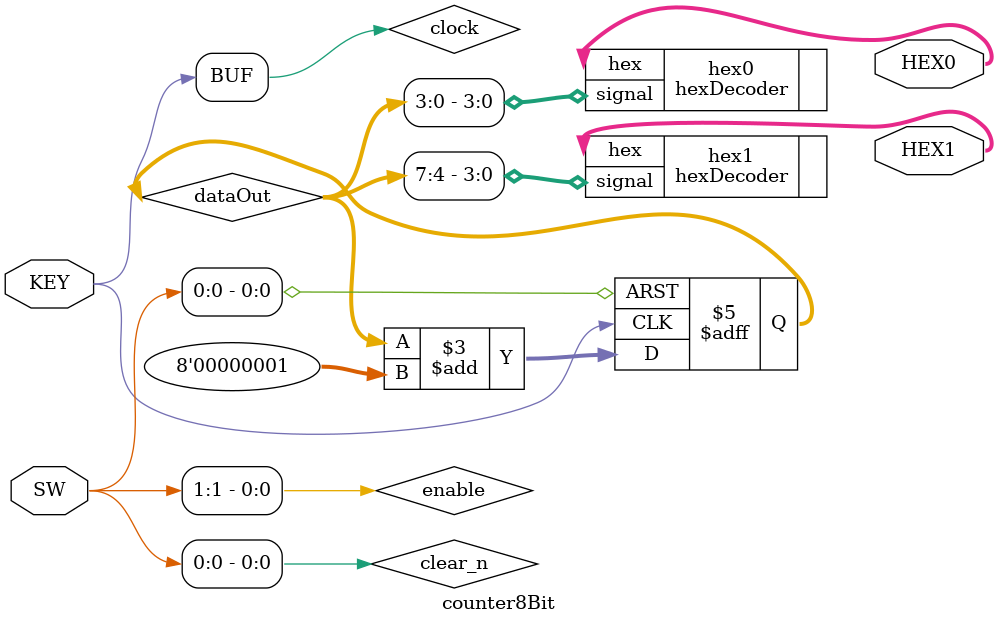
<source format=v>

`timescale 1ns / 1ns // `timescale time_unit/time_precision

`include "hexDecoder.v"



module counter8Bit (input [1:0] SW,
						  input [0:0] KEY,
						  output [6:0] HEX0, HEX1
					    );
	
	// Initiate variables
	wire enable = SW[1];
	wire clear_n = SW[0];
	wire clock = KEY[0];
	reg [7:0] dataOut = 8'b0000_0000;

	
	// counter8Bit implementation
	always @(posedge clock, negedge clear_n) begin
	
		if (!clear_n) dataOut <= 8'b0000_0000;
		
		else dataOut <= dataOut + 8'b0000_0001;
		
	end
	
	// Instantiate hexDecoder for output
	hexDecoder hex1 (
						  .signal(dataOut[7:4]),
						  .hex(HEX1)
						 );
	hexDecoder hex0 (
						  .signal(dataOut[3:0]),
						  .hex(HEX0)
						 );
	
endmodule

</source>
